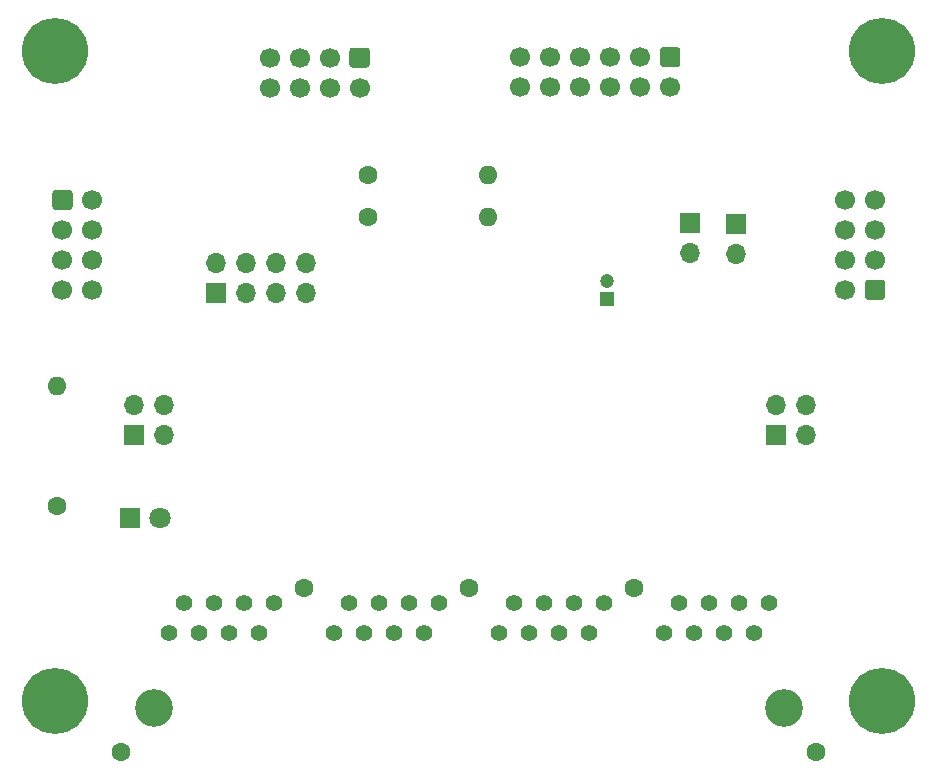
<source format=gbr>
%TF.GenerationSoftware,KiCad,Pcbnew,5.1.10*%
%TF.CreationDate,2021-11-19T19:09:23+01:00*%
%TF.ProjectId,SWITCH_INPUT_BOARD,53574954-4348-45f4-994e-5055545f424f,rev?*%
%TF.SameCoordinates,Original*%
%TF.FileFunction,Soldermask,Bot*%
%TF.FilePolarity,Negative*%
%FSLAX46Y46*%
G04 Gerber Fmt 4.6, Leading zero omitted, Abs format (unit mm)*
G04 Created by KiCad (PCBNEW 5.1.10) date 2021-11-19 19:09:23*
%MOMM*%
%LPD*%
G01*
G04 APERTURE LIST*
%ADD10C,1.600200*%
%ADD11C,3.200400*%
%ADD12C,1.397000*%
%ADD13O,1.700000X1.700000*%
%ADD14R,1.700000X1.700000*%
%ADD15C,1.800000*%
%ADD16R,1.800000X1.800000*%
%ADD17R,1.200000X1.200000*%
%ADD18C,1.200000*%
%ADD19C,5.600000*%
%ADD20C,1.700000*%
%ADD21O,1.600000X1.600000*%
%ADD22C,1.600000*%
G04 APERTURE END LIST*
D10*
%TO.C,J1*%
X162438600Y-124333000D03*
X103561400Y-124333000D03*
D11*
X159670000Y-120650000D03*
X106330000Y-120650000D03*
D10*
X146970000Y-110490000D03*
X133000000Y-110490000D03*
X119030000Y-110490000D03*
D12*
X158400000Y-111760000D03*
X157130000Y-114300000D03*
X155860000Y-111760000D03*
X154590000Y-114300000D03*
X153320000Y-111760000D03*
X152050000Y-114300000D03*
X150780000Y-111760000D03*
X149510000Y-114300000D03*
X144430000Y-111760000D03*
X143160000Y-114300000D03*
X141890000Y-111760000D03*
X140620000Y-114300000D03*
X139350000Y-111760000D03*
X138080000Y-114300000D03*
X136810000Y-111760000D03*
X135540000Y-114300000D03*
X130460000Y-111760000D03*
X129190000Y-114300000D03*
X127920000Y-111760000D03*
X126650000Y-114300000D03*
X125380000Y-111760000D03*
X124110000Y-114300000D03*
X122840000Y-111760000D03*
X121570000Y-114300000D03*
X116490000Y-111760000D03*
X115220000Y-114300000D03*
X113950000Y-111760000D03*
X112680000Y-114300000D03*
X111410000Y-111760000D03*
X110140000Y-114300000D03*
X108870000Y-111760000D03*
X107600000Y-114300000D03*
%TD*%
D13*
%TO.C,JP1*%
X119250000Y-82970000D03*
X119250000Y-85510000D03*
X116710000Y-82970000D03*
X116710000Y-85510000D03*
X114170000Y-82970000D03*
X114170000Y-85510000D03*
X111630000Y-82970000D03*
D14*
X111630000Y-85510000D03*
%TD*%
D13*
%TO.C,JP3*%
X161540000Y-94960000D03*
X161540000Y-97500000D03*
X159000000Y-94960000D03*
D14*
X159000000Y-97500000D03*
%TD*%
D13*
%TO.C,JP2*%
X107190000Y-94960000D03*
X107190000Y-97500000D03*
X104650000Y-94960000D03*
D14*
X104650000Y-97500000D03*
%TD*%
D15*
%TO.C,D1\u002A*%
X106840000Y-104500000D03*
D16*
X104300000Y-104500000D03*
%TD*%
D17*
%TO.C,C1*%
X144700000Y-86000000D03*
D18*
X144700000Y-84500000D03*
%TD*%
D19*
%TO.C,REF\u002A\u002A*%
X168000000Y-65000000D03*
%TD*%
%TO.C,REF\u002A\u002A*%
X98000000Y-65000000D03*
%TD*%
%TO.C,REF\u002A\u002A*%
X98000000Y-120000000D03*
%TD*%
%TO.C,REF\u002A\u002A*%
X168000000Y-120000000D03*
%TD*%
D20*
%TO.C,J2*%
X116130000Y-68090000D03*
X118670000Y-68090000D03*
X121210000Y-68090000D03*
X123750000Y-68090000D03*
X116130000Y-65550000D03*
X118670000Y-65550000D03*
X121210000Y-65550000D03*
G36*
G01*
X123150000Y-64700000D02*
X124350000Y-64700000D01*
G75*
G02*
X124600000Y-64950000I0J-250000D01*
G01*
X124600000Y-66150000D01*
G75*
G02*
X124350000Y-66400000I-250000J0D01*
G01*
X123150000Y-66400000D01*
G75*
G02*
X122900000Y-66150000I0J250000D01*
G01*
X122900000Y-64950000D01*
G75*
G02*
X123150000Y-64700000I250000J0D01*
G01*
G37*
%TD*%
%TO.C,J3*%
G36*
G01*
X97750000Y-78200000D02*
X97750000Y-77000000D01*
G75*
G02*
X98000000Y-76750000I250000J0D01*
G01*
X99200000Y-76750000D01*
G75*
G02*
X99450000Y-77000000I0J-250000D01*
G01*
X99450000Y-78200000D01*
G75*
G02*
X99200000Y-78450000I-250000J0D01*
G01*
X98000000Y-78450000D01*
G75*
G02*
X97750000Y-78200000I0J250000D01*
G01*
G37*
X98600000Y-80140000D03*
X98600000Y-82680000D03*
X98600000Y-85220000D03*
X101140000Y-77600000D03*
X101140000Y-80140000D03*
X101140000Y-82680000D03*
X101140000Y-85220000D03*
%TD*%
%TO.C,J4*%
X164860000Y-77580000D03*
X164860000Y-80120000D03*
X164860000Y-82660000D03*
X164860000Y-85200000D03*
X167400000Y-77580000D03*
X167400000Y-80120000D03*
X167400000Y-82660000D03*
G36*
G01*
X168250000Y-84600000D02*
X168250000Y-85800000D01*
G75*
G02*
X168000000Y-86050000I-250000J0D01*
G01*
X166800000Y-86050000D01*
G75*
G02*
X166550000Y-85800000I0J250000D01*
G01*
X166550000Y-84600000D01*
G75*
G02*
X166800000Y-84350000I250000J0D01*
G01*
X168000000Y-84350000D01*
G75*
G02*
X168250000Y-84600000I0J-250000D01*
G01*
G37*
%TD*%
%TO.C,J5*%
X137350000Y-68040000D03*
X139890000Y-68040000D03*
X142430000Y-68040000D03*
X144970000Y-68040000D03*
X147510000Y-68040000D03*
X150050000Y-68040000D03*
X137350000Y-65500000D03*
X139890000Y-65500000D03*
X142430000Y-65500000D03*
X144970000Y-65500000D03*
X147510000Y-65500000D03*
G36*
G01*
X149450000Y-64650000D02*
X150650000Y-64650000D01*
G75*
G02*
X150900000Y-64900000I0J-250000D01*
G01*
X150900000Y-66100000D01*
G75*
G02*
X150650000Y-66350000I-250000J0D01*
G01*
X149450000Y-66350000D01*
G75*
G02*
X149200000Y-66100000I0J250000D01*
G01*
X149200000Y-64900000D01*
G75*
G02*
X149450000Y-64650000I250000J0D01*
G01*
G37*
%TD*%
D14*
%TO.C,JP4*%
X155635001Y-79605001D03*
D13*
X155635001Y-82145001D03*
%TD*%
D14*
%TO.C,JP5*%
X151700000Y-79550000D03*
D13*
X151700000Y-82090000D03*
%TD*%
D21*
%TO.C,R1*%
X134660000Y-75500000D03*
D22*
X124500000Y-75500000D03*
%TD*%
%TO.C,R2*%
X124500000Y-79000000D03*
D21*
X134660000Y-79000000D03*
%TD*%
%TO.C,R3*%
X98150000Y-93340000D03*
D22*
X98150000Y-103500000D03*
%TD*%
M02*

</source>
